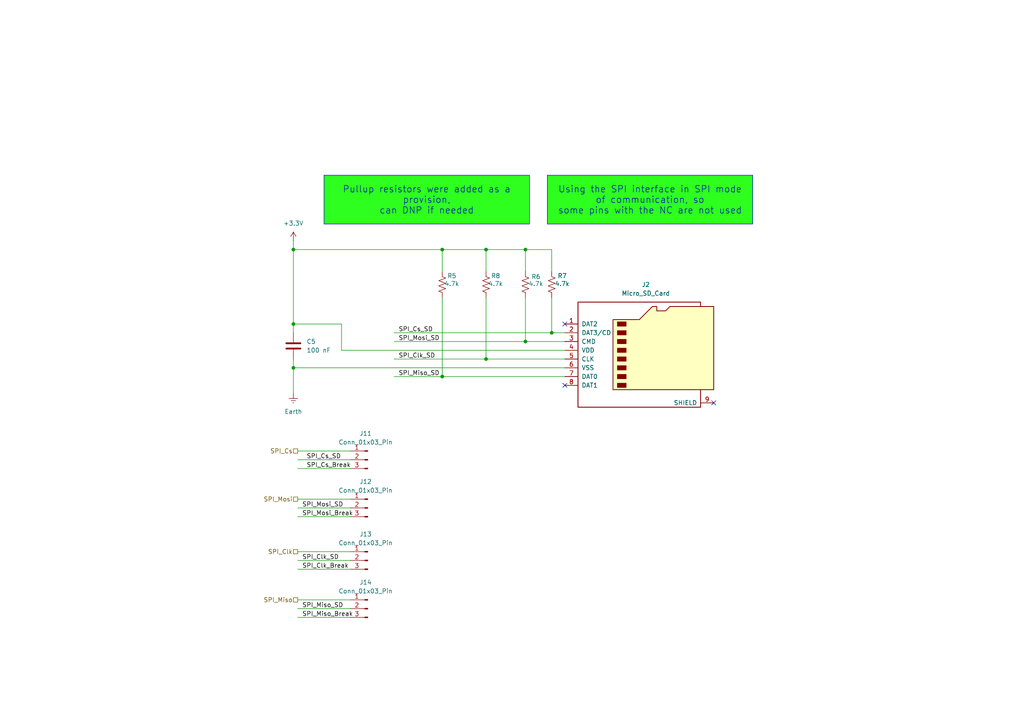
<source format=kicad_sch>
(kicad_sch (version 20231120) (generator "eeschema") (generator_version "8.0")
  (paper "A4")
  (lib_symbols
    (symbol "Connector:Conn_01x03_Pin" (pin_names (offset 1.016) hide)
      (property "Reference" "J" (at 0 5.08 0))
      (property "Value" "Conn_01x03_Pin" (at 0 -5.08 0))
      (symbol "Conn_01x03_Pin_1_1"
        (polyline (pts (xy 1.27 -2.54) (xy 0.8636 -2.54)) (stroke (width 0.1524)))
        (polyline (pts (xy 1.27 0) (xy 0.8636 0)) (stroke (width 0.1524)))
        (polyline (pts (xy 1.27 2.54) (xy 0.8636 2.54)) (stroke (width 0.1524)))
        (rectangle (start 0.8636 -2.413) (end 0 -2.667) (stroke (width 0.1524)) (fill (type outline)))
        (rectangle (start 0.8636 0.127) (end 0 -0.127) (stroke (width 0.1524)) (fill (type outline)))
        (rectangle (start 0.8636 2.667) (end 0 2.413) (stroke (width 0.1524)) (fill (type outline)))
        (pin passive line (at 5.08 2.54 180) (length 3.81) (name "Pin_1") (number "1"))
        (pin passive line (at 5.08 0 180) (length 3.81) (name "Pin_2") (number "2"))
        (pin passive line (at 5.08 -2.54 180) (length 3.81) (name "Pin_3") (number "3"))
      )
    )
    (symbol "Connector:Micro_SD_Card" (pin_names (offset 1.016))
      (property "Reference" "J" (at -16.51 15.24 0))
      (property "Value" "Micro_SD_Card" (at 16.51 15.24 0))
      (symbol "Micro_SD_Card_0_1"
        (rectangle (start -7.62 -9.525) (end -5.08 -10.795) (fill (type outline)))
        (rectangle (start -7.62 -6.985) (end -5.08 -8.255) (fill (type outline)))
        (rectangle (start -7.62 -4.445) (end -5.08 -5.715) (fill (type outline)))
        (rectangle (start -7.62 -1.905) (end -5.08 -3.175) (fill (type outline)))
        (rectangle (start -7.62 0.635) (end -5.08 -0.635) (fill (type outline)))
        (rectangle (start -7.62 3.175) (end -5.08 1.905) (fill (type outline)))
        (rectangle (start -7.62 5.715) (end -5.08 4.445) (fill (type outline)))
        (rectangle (start -7.62 8.255) (end -5.08 6.985) (fill (type outline)))
        (polyline (pts (xy 16.51 12.7) (xy 16.51 13.97) (xy -19.05 13.97) (xy -19.05 -16.51) (xy 16.51 -16.51) (xy 16.51 -11.43)) (stroke (width 0.254)))
        (polyline (pts (xy -8.89 -11.43) (xy -8.89 8.89) (xy -1.27 8.89) (xy 2.54 12.7) (xy 3.81 12.7) (xy 3.81 11.43) (xy 6.35 11.43) (xy 7.62 12.7) (xy 20.32 12.7) (xy 20.32 -11.43) (xy -8.89 -11.43)) (stroke (width 0.254)) (fill (type background)))
      )
      (symbol "Micro_SD_Card_1_1"
        (pin bidirectional line (at -22.86 7.62 0) (length 3.81) (name "DAT2") (number "1"))
        (pin bidirectional line (at -22.86 5.08 0) (length 3.81) (name "DAT3/CD") (number "2"))
        (pin input line (at -22.86 2.54 0) (length 3.81) (name "CMD") (number "3"))
        (pin power_in line (at -22.86 0 0) (length 3.81) (name "VDD") (number "4"))
        (pin input line (at -22.86 -2.54 0) (length 3.81) (name "CLK") (number "5"))
        (pin power_in line (at -22.86 -5.08 0) (length 3.81) (name "VSS") (number "6"))
        (pin bidirectional line (at -22.86 -7.62 0) (length 3.81) (name "DAT0") (number "7"))
        (pin bidirectional line (at -22.86 -10.16 0) (length 3.81) (name "DAT1") (number "8"))
        (pin passive line (at 20.32 -15.24 180) (length 3.81) (name "SHIELD") (number "9"))
      )
    )
    (symbol "Device:C" (pin_numbers hide) (pin_names (offset 0.254))
      (property "Reference" "C" (at 0.635 2.54 0))
      (property "Value" "C" (at 0.635 -2.54 0))
      (symbol "C_0_1"
        (polyline (pts (xy -2.032 -0.762) (xy 2.032 -0.762)) (stroke (width 0.508)))
        (polyline (pts (xy -2.032 0.762) (xy 2.032 0.762)) (stroke (width 0.508)))
      )
      (symbol "C_1_1"
        (pin passive line (at 0 3.81 270) (length 2.794) (name "~") (number "1"))
        (pin passive line (at 0 -3.81 90) (length 2.794) (name "~") (number "2"))
      )
    )
    (symbol "Device:R_US" (pin_numbers hide) (pin_names (offset 0))
      (property "Reference" "R" (at 2.54 0 90))
      (property "Value" "R_US" (at -2.54 0 90))
      (symbol "R_US_0_1"
        (polyline (pts (xy 0 -2.286) (xy 0 -2.54)))
        (polyline (pts (xy 0 2.286) (xy 0 2.54)))
        (polyline (pts (xy 0 -0.762) (xy 1.016 -1.143) (xy 0 -1.524) (xy -1.016 -1.905) (xy 0 -2.286)))
        (polyline (pts (xy 0 0.762) (xy 1.016 0.381) (xy 0 0) (xy -1.016 -0.381) (xy 0 -0.762)))
        (polyline (pts (xy 0 2.286) (xy 1.016 1.905) (xy 0 1.524) (xy -1.016 1.143) (xy 0 0.762)))
      )
      (symbol "R_US_1_1"
        (pin passive line (at 0 3.81 270) (length 1.27) (name "~") (number "1"))
        (pin passive line (at 0 -3.81 90) (length 1.27) (name "~") (number "2"))
      )
    )
    (symbol "power:+3.3V" (power) (pin_numbers hide) (pin_names (offset 0) hide)
      (property "Value" "+3.3V" (at 0 3.556 0))
      (symbol "+3.3V_0_1"
        (polyline (pts (xy -0.762 1.27) (xy 0 2.54)))
        (polyline (pts (xy 0 0) (xy 0 2.54)))
        (polyline (pts (xy 0 2.54) (xy 0.762 1.27)))
      )
      (symbol "+3.3V_1_1"
        (pin power_in line (at 0 0 90) (length 0) (name "~") (number "1"))
      )
    )
    (symbol "power:Earth" (power) (pin_numbers hide) (pin_names (offset 0) hide)
      (property "Value" "Earth" (at 0 -3.81 0))
      (symbol "Earth_0_1"
        (polyline (pts (xy -0.635 -1.905) (xy 0.635 -1.905)))
        (polyline (pts (xy -0.127 -2.54) (xy 0.127 -2.54)))
        (polyline (pts (xy 0 -1.27) (xy 0 0)))
        (polyline (pts (xy 1.27 -1.27) (xy -1.27 -1.27)))
      )
      (symbol "Earth_1_1"
        (pin power_in line (at 0 0 270) (length 0) (name "~") (number "1"))
      )
    )
  )
  (junction (at 128.27 72.39))
  (junction (at 152.4 99.06))
  (junction (at 85.09 106.68))
  (junction (at 85.09 93.98))
  (junction (at 140.97 72.39))
  (junction (at 128.27 109.22))
  (junction (at 160.02 96.52))
  (junction (at 140.97 104.14))
  (junction (at 85.09 72.39))
  (junction (at 152.4 72.39))
  (no_connect (at 163.83 93.98))
  (no_connect (at 163.83 111.76))
  (no_connect (at 207.01 116.84))
  (wire (pts (xy 160.02 96.52) (xy 163.83 96.52)))
  (wire (pts (xy 99.06 101.6) (xy 163.83 101.6)))
  (wire (pts (xy 85.09 93.98) (xy 85.09 96.52)))
  (wire (pts (xy 140.97 72.39) (xy 152.4 72.39)))
  (wire (pts (xy 86.36 162.56) (xy 101.6 162.56)))
  (wire (pts (xy 85.09 93.98) (xy 85.09 72.39)))
  (wire (pts (xy 86.36 173.99) (xy 101.6 173.99)))
  (wire (pts (xy 160.02 86.36) (xy 160.02 96.52)))
  (wire (pts (xy 86.36 130.81) (xy 101.6 130.81)))
  (wire (pts (xy 160.02 72.39) (xy 152.4 72.39)))
  (wire (pts (xy 86.36 176.53) (xy 101.6 176.53)))
  (wire (pts (xy 128.27 72.39) (xy 140.97 72.39)))
  (wire (pts (xy 86.36 179.07) (xy 101.6 179.07)))
  (wire (pts (xy 86.36 165.1) (xy 101.6 165.1)))
  (wire (pts (xy 86.36 135.89) (xy 101.6 135.89)))
  (wire (pts (xy 140.97 86.36) (xy 140.97 104.14)))
  (wire (pts (xy 85.09 104.14) (xy 85.09 106.68)))
  (wire (pts (xy 85.09 72.39) (xy 128.27 72.39)))
  (wire (pts (xy 152.4 78.74) (xy 152.4 72.39)))
  (wire (pts (xy 128.27 78.74) (xy 128.27 72.39)))
  (wire (pts (xy 85.09 106.68) (xy 163.83 106.68)))
  (wire (pts (xy 152.4 99.06) (xy 163.83 99.06)))
  (wire (pts (xy 152.4 86.36) (xy 152.4 99.06)))
  (wire (pts (xy 86.36 144.78) (xy 101.6 144.78)))
  (wire (pts (xy 128.27 86.36) (xy 128.27 109.22)))
  (wire (pts (xy 86.36 133.35) (xy 101.6 133.35)))
  (wire (pts (xy 85.09 72.39) (xy 85.09 69.85)))
  (wire (pts (xy 85.09 106.68) (xy 85.09 114.3)))
  (wire (pts (xy 86.36 149.86) (xy 101.6 149.86)))
  (wire (pts (xy 140.97 72.39) (xy 140.97 78.74)))
  (wire (pts (xy 114.3 96.52) (xy 160.02 96.52)))
  (wire (pts (xy 114.3 99.06) (xy 152.4 99.06)))
  (wire (pts (xy 128.27 109.22) (xy 163.83 109.22)))
  (wire (pts (xy 99.06 101.6) (xy 99.06 93.98)))
  (wire (pts (xy 99.06 93.98) (xy 85.09 93.98)))
  (wire (pts (xy 128.27 109.22) (xy 114.3 109.22)))
  (wire (pts (xy 86.36 160.02) (xy 101.6 160.02)))
  (wire (pts (xy 140.97 104.14) (xy 163.83 104.14)))
  (wire (pts (xy 114.3 104.14) (xy 140.97 104.14)))
  (wire (pts (xy 86.36 147.32) (xy 101.6 147.32)))
  (wire (pts (xy 160.02 78.74) (xy 160.02 72.39)))
  (text_box "Using the SPI interface in SPI mode of communication, so\nsome pins with the NC are not used\n" (at 158.75 50.8 0) (size 59.5663 14.1724) (fill (type color) (color 46 255 30 1)) (effects (font (size 1.905 1.905))))
  (text_box "Pullup resistors were added as a provision,\ncan DNP if needed" (at 93.98 50.8 0) (size 59.5663 14.1724) (fill (type color) (color 46 255 30 1)) (effects (font (size 1.905 1.905))))
  (label "SPI_Mosi_Break" (at 87.63 149.86 0))
  (label "SPI_Cs_SD" (at 88.9 133.35 0))
  (label "SPI_Cs_Break" (at 88.9 135.89 0))
  (label "SPI_Cs_SD" (at 115.57 96.52 0))
  (label "SPI_Miso_SD" (at 87.63 176.53 0))
  (label "SPI_Mosi_SD" (at 87.63 147.32 0))
  (label "SPI_Miso_SD" (at 115.57 109.22 0))
  (label "SPI_Clk_SD" (at 115.57 104.14 0))
  (label "SPI_Mosi_SD" (at 115.57 99.06 0))
  (label "SPI_Clk_Break" (at 87.63 165.1 0))
  (label "SPI_Miso_Break" (at 87.63 179.07 0))
  (label "SPI_Clk_SD" (at 87.63 162.56 0))
  (hierarchical_label "SPI_Cs" (shape passive) (at 86.36 130.81 180))
  (hierarchical_label "SPI_Mosi" (shape passive) (at 86.36 144.78 180))
  (hierarchical_label "SPI_Miso" (shape passive) (at 86.36 173.99 180))
  (hierarchical_label "SPI_Clk" (shape passive) (at 86.36 160.02 180))
  (symbol (lib_id "Connector:Conn_01x03_Pin") (at 106.68 147.32 0) (mirror y) (unit 1)
    (property "Reference" "J12" (at 106.045 139.7 0))
    (property "Value" "Conn_01x03_Pin" (at 106.045 142.24 0))
    (property "Footprint" "Connector_PinHeader_2.54mm:PinHeader_1x03_P2.54mm_Vertical" (effects (hide yes)))
    (property "Description" "Generic connector, single row, 01x03, script generated" (effects (hide yes)))
  )
  (symbol (lib_id "Device:R_US") (at 140.97 82.55 0) (unit 1)
    (property "Reference" "R8" (at 143.764 80.01 0))
    (property "Value" "4.7k" (at 143.764 82.296 0))
    (property "Footprint" "Resistor_SMD:R_0805_2012Metric" (effects (hide yes)))
    (property "Description" "Resistor, US symbol" (effects (hide yes)))
  )
  (symbol (lib_id "Device:R_US") (at 152.4 82.55 0) (unit 1)
    (property "Reference" "R6" (at 155.448 80.264 0))
    (property "Value" "4.7k" (at 155.448 82.296 0))
    (property "Footprint" "Resistor_SMD:R_0805_2012Metric" (effects (hide yes)))
    (property "Description" "Resistor, US symbol" (effects (hide yes)))
  )
  (symbol (lib_id "Connector:Micro_SD_Card") (at 186.69 101.6 0) (unit 1)
    (property "Reference" "J2" (at 187.325 82.55 0))
    (property "Value" "Micro_SD_Card" (at 187.325 85.09 0))
    (property "Footprint" "Connector_Card:microSD_HC_Molex_104031-0811" (effects (hide yes)))
    (property "Datasheet" "http://katalog.we-online.de/em/datasheet/693072010801.pdf" (effects (hide yes)))
    (property "Description" "Micro SD Card Socket" (effects (hide yes)))
  )
  (symbol (lib_id "Connector:Conn_01x03_Pin") (at 106.68 162.56 0) (mirror y) (unit 1)
    (property "Reference" "J13" (at 106.045 154.94 0))
    (property "Value" "Conn_01x03_Pin" (at 106.045 157.48 0))
    (property "Footprint" "Connector_PinHeader_2.54mm:PinHeader_1x03_P2.54mm_Vertical" (effects (hide yes)))
    (property "Description" "Generic connector, single row, 01x03, script generated" (effects (hide yes)))
  )
  (symbol (lib_id "Device:C") (at 85.09 100.33 0) (unit 1)
    (property "Reference" "C5" (at 88.9 99.0599 0) (effects (justify left)))
    (property "Value" "100 nF" (at 88.9 101.5999 0) (effects (justify left)))
    (property "Footprint" "Capacitor_SMD:C_0805_2012Metric" (effects (hide yes)))
    (property "Description" "Unpolarized capacitor" (effects (hide yes)))
  )
  (symbol (lib_id "Connector:Conn_01x03_Pin") (at 106.68 133.35 0) (mirror y) (unit 1)
    (property "Reference" "J11" (at 106.045 125.73 0))
    (property "Value" "Conn_01x03_Pin" (at 106.045 128.27 0))
    (property "Footprint" "Connector_PinHeader_2.54mm:PinHeader_1x03_P2.54mm_Vertical" (effects (hide yes)))
    (property "Description" "Generic connector, single row, 01x03, script generated" (effects (hide yes)))
  )
  (symbol (lib_id "power:Earth") (at 85.09 114.3 0) (unit 1)
    (property "Reference" "#PWR06" (effects (hide yes)))
    (property "Value" "Earth" (at 85.09 119.38 0))
    (property "Description" "Power symbol creates a global label with name \"Earth\"" (effects (hide yes)))
  )
  (symbol (lib_id "Device:R_US") (at 160.02 82.55 0) (unit 1)
    (property "Reference" "R7" (at 163.068 80.01 0))
    (property "Value" "4.7k" (at 163.068 82.296 0))
    (property "Footprint" "Resistor_SMD:R_0805_2012Metric" (effects (hide yes)))
    (property "Description" "Resistor, US symbol" (effects (hide yes)))
  )
  (symbol (lib_id "Device:R_US") (at 128.27 82.55 0) (unit 1)
    (property "Reference" "R5" (at 131.064 80.01 0))
    (property "Value" "4.7k" (at 131.064 82.296 0))
    (property "Footprint" "Resistor_SMD:R_0805_2012Metric" (effects (hide yes)))
    (property "Description" "Resistor, US symbol" (effects (hide yes)))
  )
  (symbol (lib_id "power:+3.3V") (at 85.09 69.85 0) (unit 1)
    (property "Reference" "#PWR07" (effects (hide yes)))
    (property "Value" "+3.3V" (at 85.09 64.77 0))
    (property "Description" "Power symbol creates a global label with name \"+3.3V\"" (effects (hide yes)))
  )
  (symbol (lib_id "Connector:Conn_01x03_Pin") (at 106.68 176.53 0) (mirror y) (unit 1)
    (property "Reference" "J14" (at 106.045 168.91 0))
    (property "Value" "Conn_01x03_Pin" (at 106.045 171.45 0))
    (property "Footprint" "Connector_PinHeader_2.54mm:PinHeader_1x03_P2.54mm_Vertical" (effects (hide yes)))
    (property "Description" "Generic connector, single row, 01x03, script generated" (effects (hide yes)))
  )
)
</source>
